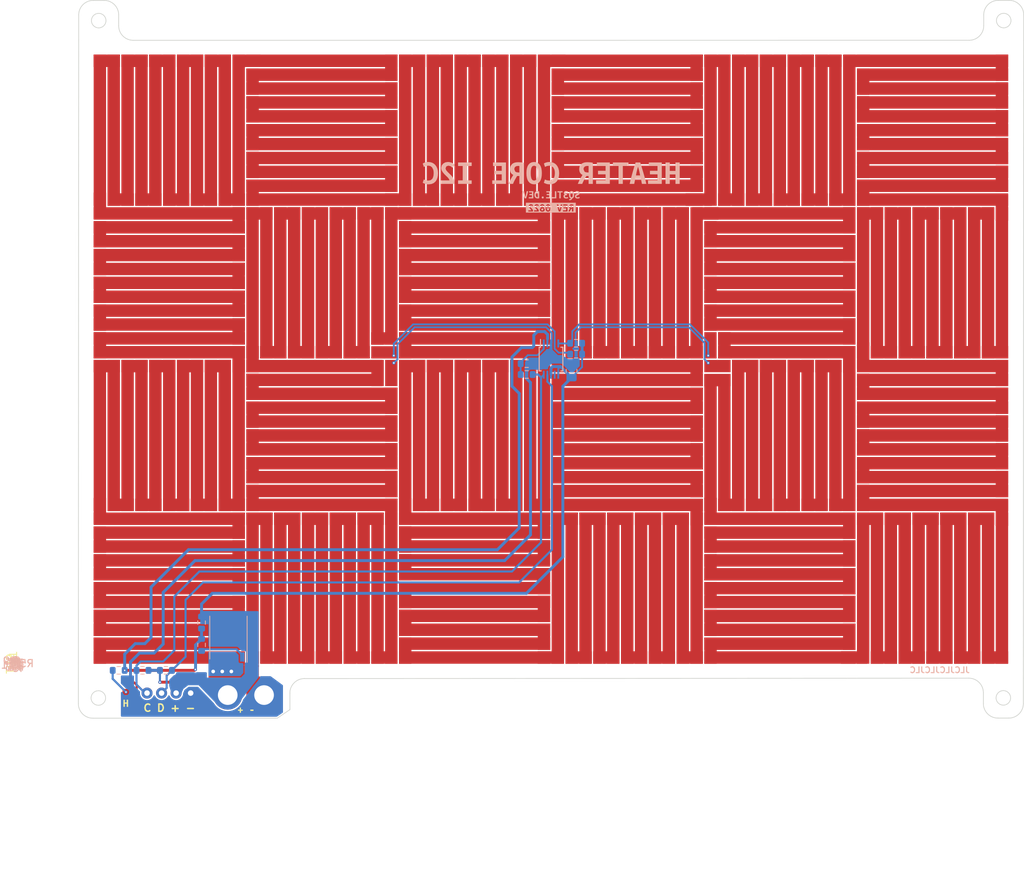
<source format=kicad_pcb>
(kicad_pcb (version 20211014) (generator pcbnew)
  (layers (0 "F.Cu" signal) (31 "B.Cu" signal) (34 "B.Paste" user) (35 "F.Paste" user) (36 "B.SilkS" user "B.Silkscreen") (37 "F.SilkS" user "F.Silkscreen") (38 "B.Mask" user) (39 "F.Mask" user) (44 "Edge.Cuts" user))
  (net 0 "")
  (net 1 "VCC")
  (net 2 "GND")
  (net 3 "Net-(D1-Pad2)")
  (net 4 "Net-(J3-Pad1)")
  (net 5 "SCL")
  (net 6 "SDA")
  (net 7 "+BATT")
  (net 8 "Net-(Q1-Pad4)")
  (net 9 "Net-(R1-Pad2)")
  (net 11 "Net-(R4-Pad2)")
  (net 12 "Net-(R5-Pad2)")
  (net 13 "Net-(R11-Pad1)")
  (footprint "Resistor_SMD:R_0402_1005Metric" (layer "F.Cu") (at 191.65 82.2 -90)
    (fp_text reference "TH1")
    (fp_text value "Thermistor_NTC")
  )
  (footprint "Resistor_SMD:R_0402_1005Metric" (layer "F.Cu") (at 148.4 82.2 -90)
    (fp_text reference "TH2")
    (fp_text value "Thermistor_NTC")
  )
  (footprint "Connector_AMASS:AMASS_XT30U-F_1x02_P5.0mm_Vertical" (layer "F.Cu") (at 130.55 128.4 180)
    (fp_text reference "J2" hide)
    (fp_text value "XT30")
  )
  (footprint "LED_SMD:LED_0603_1608Metric" (layer "F.Cu") (at 111.55 127.2 -90)
    (fp_text reference "D1" hide)
    (fp_text value "HEATER")
  )
  (footprint "Connector:NS-Tech_Grove_1x04_P2mm_Vertical" (layer "F.Cu") (at 114.45 128.125 90)
    (fp_text reference "J1" hide)
    (fp_text value "Conn_01x04")
  )
  (footprint "SamacSys_Parts:HEATER" (layer "F.Cu") (at 104.42 126.0225)
    (fp_text reference "J3" hide)
    (fp_text value "HEATER")
  )
  (footprint "kibuzzard-62FCEF49" (layer "F.Cu") (at 111.525 129.525)
    (fp_text reference "kibuzzard-62FCEF49" hide)
    (fp_text value "G***" hide)
  )
  (footprint "kibuzzard-62FCEF83" (layer "F.Cu") (at 128.025 130.475)
    (fp_text reference "kibuzzard-62FCEF83" hide)
    (fp_text value "G***" hide)
  )
  (footprint "Resistor_SMD:R_0603_1608Metric" (layer "B.Cu") (at 173.475 81.5 180)
    (fp_text reference "R5")
    (fp_text value "10k")
  )
  (footprint "Resistor_SMD:R_0603_1608Metric" (layer "B.Cu") (at 166.675 82.8)
    (fp_text reference "R11")
    (fp_text value "10k")
  )
  (footprint "Resistor_SMD:R_0805_2012Metric" (layer "B.Cu") (at 172.85 83.8125 90)
    (fp_text reference "C1")
    (fp_text value "10u")
  )
  (footprint "Package_SO:TSSOP-10_3x3mm_P0.5mm" (layer "B.Cu") (at 170.025 82.175 -90)
    (fp_text reference "U2")
    (fp_text value "ADS1114IDGS")
  )
  (footprint "kibuzzard-62FCEEC8" (layer "B.Cu") (at 170.05 59.7 180)
    (fp_text reference "kibuzzard-62FCEEC8" hide)
    (fp_text value "G***" hide)
  )
  (footprint "Resistor_SMD:R_0603_1608Metric" (layer "B.Cu") (at 121.95 118.425 -90)
    (fp_text reference "R1")
    (fp_text value "10k")
  )
  (footprint "Package_SO:PowerPAK_SO-8_Single" (layer "B.Cu") (at 125.65 120.49 90)
    (fp_text reference "Q1")
    (fp_text value "Si7336ADP")
  )
  (footprint "Resistor_SMD:R_0603_1608Metric" (layer "B.Cu") (at 121.95 121.5 90)
    (fp_text reference "R2")
    (fp_text value "300R")
  )
  (footprint "Resistor_SMD:R_0603_1608Metric" (layer "B.Cu") (at 117.05 125)
    (fp_text reference "R7")
    (fp_text value "10k")
  )
  (footprint "Resistor_SMD:R_0603_1608Metric" (layer "B.Cu") (at 166.675 84.3)
    (fp_text reference "R9")
    (fp_text value "10k")
  )
  (footprint "kibuzzard-62FCEFD6" (layer "B.Cu") (at 170 61.35 180)
    (fp_text reference "kibuzzard-62FCEFD6" hide)
    (fp_text value "G***" hide)
  )
  (footprint "Resistor_SMD:R_0603_1608Metric" (layer "B.Cu") (at 113.825 125 180)
    (fp_text reference "R6")
    (fp_text value "10k")
  )
  (footprint "Resistor_SMD:R_0603_1608Metric" (layer "B.Cu") (at 173.475 80 180)
    (fp_text reference "R4")
    (fp_text value "10k")
  )
  (footprint "Resistor_SMD:R_0603_1608Metric" (layer "B.Cu") (at 110.55 125 180)
    (fp_text reference "R3")
    (fp_text value "300R")
  )
  (footprint "kibuzzard-62FCF123" (layer "B.Cu") (at 170.05 56.6 180)
    (fp_text reference "kibuzzard-62FCF123" hide)
    (fp_text value "G***" hide)
  )
  (gr_rect (start 145.29 80.405) (end 148.91 82.1) (layer "F.Cu") (width 0) (fill solid))
  (gr_rect (start 147.2025 85.9) (end 148.8975 82.28) (layer "F.Cu") (width 0) (fill solid))
  (gr_rect (start 194.73 83.985) (end 191.11 82.29) (layer "F.Cu") (width 0) (fill solid))
  (gr_rect (start 191.11 82.09) (end 192.805 78.47) (layer "F.Cu") (width 0) (fill solid))
  (gr_arc (start 107 131.58) (mid 105.585786 130.994214) (end 105 129.58) (layer "Edge.Cuts") (width 0.1))
  (gr_line (start 105 126.075) (end 105.05 38.34) (layer "Edge.Cuts") (width 0.1))
  (gr_line (start 112.55 38.325) (end 227.55 38.32) (layer "Edge.Cuts") (width 0.1))
  (gr_line (start 134.1 130.4) (end 134.1 128.13) (layer "Edge.Cuts") (width 0.1))
  (gr_line (start 229.5 129.565) (end 229.5 128.075) (layer "Edge.Cuts") (width 0.1))
  (gr_arc (start 112.55 38.325) (mid 111.135786 37.739214) (end 110.55 36.325) (layer "Edge.Cuts") (width 0.1))
  (gr_line (start 107.05 32.835) (end 108.55 32.835) (layer "Edge.Cuts") (width 0.1))
  (gr_arc (start 108.55 32.835) (mid 109.964214 33.420786) (end 110.55 34.835) (layer "Edge.Cuts") (width 0.1))
  (gr_line (start 110.55 34.835) (end 110.55 36.325) (layer "Edge.Cuts") (width 0.1))
  (gr_arc (start 233.05 32.83) (mid 234.464214 33.415786) (end 235.05 34.83) (layer "Edge.Cuts") (width 0.1))
  (gr_line (start 229.55 36.32) (end 229.55 34.83) (layer "Edge.Cuts") (width 0.1))
  (gr_arc (start 229.55 36.32) (mid 228.964214 37.734214) (end 227.55 38.32) (layer "Edge.Cuts") (width 0.1))
  (gr_arc (start 229.55 34.83) (mid 230.135786 33.415786) (end 231.55 32.83) (layer "Edge.Cuts") (width 0.1))
  (gr_line (start 105 126.075) (end 105 129.58) (layer "Edge.Cuts") (width 0.1))
  (gr_line (start 235.05 38.325) (end 235.05 34.83) (layer "Edge.Cuts") (width 0.1))
  (gr_circle (center 107.75 128.8) (end 108.75 128.825) (layer "Edge.Cuts") (width 0.1) (fill none))
  (gr_line (start 132.36 131.58) (end 107 131.58) (layer "Edge.Cuts") (width 0.1))
  (gr_arc (start 231.5 131.565) (mid 230.085786 130.979214) (end 229.5 129.565) (layer "Edge.Cuts") (width 0.1))
  (gr_line (start 136.1 126.13) (end 227.5 126.075) (layer "Edge.Cuts") (width 0.1))
  (gr_line (start 231.55 32.83) (end 233.05 32.83) (layer "Edge.Cuts") (width 0.1))
  (gr_line (start 233 131.565) (end 231.5 131.565) (layer "Edge.Cuts") (width 0.1))
  (gr_circle (center 232.3 35.61) (end 231.3 35.585) (layer "Edge.Cuts") (width 0.1) (fill none))
  (gr_circle (center 232.25 128.785) (end 231.25 128.81) (layer "Edge.Cuts") (width 0.1) (fill none))
  (gr_arc (start 235 129.565) (mid 234.414214 130.979214) (end 233 131.565) (layer "Edge.Cuts") (width 0.1))
  (gr_circle (center 107.8 35.615) (end 108.8 35.59) (layer "Edge.Cuts") (width 0.1) (fill none))
  (gr_line (start 132.36 131.58) (end 134.1 130.4) (layer "Edge.Cuts") (width 0.1))
  (gr_arc (start 105.05 34.835) (mid 105.635786 33.420786) (end 107.05 32.835) (layer "Edge.Cuts") (width 0.1))
  (gr_line (start 235 126.06) (end 235.05 38.325) (layer "Edge.Cuts") (width 0.1))
  (gr_arc (start 227.5 126.075) (mid 228.914214 126.660786) (end 229.5 128.075) (layer "Edge.Cuts") (width 0.1))
  (gr_line (start 105.05 34.835) (end 105.05 38.34) (layer "Edge.Cuts") (width 0.1))
  (gr_line (start 235 129.565) (end 235 126.06) (layer "Edge.Cuts") (width 0.1))
  (gr_arc (start 134.1 128.13) (mid 134.685786 126.715786) (end 136.1 126.13) (layer "Edge.Cuts") (width 0.1))
  (gr_text "JLCJLCJLCJLC" (at 223.5 124.95) (layer "B.SilkS") (effects (font (size 0.8 0.8)) (justify mirror)))
  (gr_text "C D + -" (at 117.525 130.175) (layer "F.SilkS") (effects (font (size 1 1.05) (thickness 0.2))))
  (segment (start 119.9 129.8) (end 120.45 129.25) (width 0.29) (layer "F.Cu") (net 2))
  (segment (start 112.4125 126.4125) (end 113.025 127.025) (width 0.29) (layer "F.Cu") (net 2))
  (segment (start 128.965 126.815) (end 130.55 128.4) (width 0.5) (layer "F.Cu") (net 2))
  (segment (start 113.025 129.075) (end 113.75 129.8) (width 0.29) (layer "F.Cu") (net 2))
  (segment (start 128.965 125.1525) (end 128.965 126.815) (width 0.5) (layer "F.Cu") (net 2))
  (segment (start 113.75 129.8) (end 119.9 129.8) (width 0.29) (layer "F.Cu") (net 2))
  (segment (start 113.025 127.025) (end 113.025 129.075) (width 0.29) (layer "F.Cu") (net 2))
  (segment (start 111.55 126.4125) (end 112.4125 126.4125) (width 0.29) (layer "F.Cu") (net 2))
  (segment (start 120.45 129.25) (end 120.45 128.125) (width 0.29) (layer "F.Cu") (net 2))
  (via (at 191.65 82.71) (size 0.45) (drill 0.2) (layers "F.Cu" "B.Cu") (net 2))
  (via (at 148.4 82.71) (size 0.45) (drill 0.2) (layers "F.Cu" "B.Cu") (net 2))
  (segment (start 167.2 106.35) (end 163.65 109.9) (width 0.4) (layer "B.Cu") (net 2))
  (segment (start 119.35 129.8) (end 120.45 128.7) (width 0.4) (layer "B.Cu") (net 2))
  (segment (start 170.025 80.025) (end 170.025 80.975) (width 0.4) (layer "B.Cu") (net 2))
  (segment (start 113.25 129.8) (end 119.35 129.8) (width 0.4) (layer "B.Cu") (net 2))
  (segment (start 191.65 82.7) (end 191.15 82.2) (width 0.25) (layer "B.Cu") (net 2))
  (segment (start 116.675 114.275) (end 116.675 121.375) (width 0.4) (layer "B.Cu") (net 2))
  (segment (start 166.65 84.5) (end 166.65 84.85) (width 0.4) (layer "B.Cu") (net 2))
  (segment (start 166.65 83.65) (end 167.5 82.8) (width 0.29) (layer "B.Cu") (net 2))
  (segment (start 113.4 122.625) (end 112.175 123.85) (width 0.4) (layer "B.Cu") (net 2))
  (segment (start 170.025 80.975) (end 171.95 82.9) (width 0.4) (layer "B.Cu") (net 2))
  (segment (start 170.12548 78.57548) (end 169.34952 77.79952) (width 0.25) (layer "B.Cu") (net 2))
  (segment (start 112.175 123.85) (end 112.175 128.725) (width 0.4) (layer "B.Cu") (net 2))
  (segment (start 173.4 82.35) (end 172.85 82.9) (width 0.25) (layer "B.Cu") (net 2))
  (segment (start 129.15 130.9) (end 130.55 129.5) (width 0.4) (layer "B.Cu") (net 2))
  (segment (start 167.5 82.8) (end 168.2 82.8) (width 0.4) (layer "B.Cu") (net 2))
  (segment (start 170.025 80.025) (end 170.12548 79.92452) (width 0.25) (layer "B.Cu") (net 2))
  (segment (start 191.15 82.2) (end 191.15 79.965006) (width 0.25) (layer "B.Cu") (net 2))
  (segment (start 166.65 84.5) (end 166.65 83.65) (width 0.29) (layer "B.Cu") (net 2))
  (segment (start 123.225 130.9) (end 129.15 130.9) (width 0.4) (layer "B.Cu") (net 2))
  (segment (start 163.65 109.9) (end 121.05 109.9) (width 0.4) (layer "B.Cu") (net 2))
  (segment (start 173.4 78.526964) (end 173.4 82.35) (width 0.25) (layer "B.Cu") (net 2))
  (segment (start 167.2 85.4) (end 167.2 106.35) (width 0.4) (layer "B.Cu") (net 2))
  (segment (start 120.45 128.7) (end 120.45 128.125) (width 0.4) (layer "B.Cu") (net 2))
  (segment (start 151.25048 77.79952) (end 148.899511 80.150489) (width 0.25) (layer "B.Cu") (net 2))
  (segment (start 171.95 82.9) (end 172.85 82.9) (width 0.4) (layer "B.Cu") (net 2))
  (segment (start 168.2 82.8) (end 170.025 80.975) (width 0.4) (layer "B.Cu") (net 2))
  (segment (start 120.45 128.125) (end 123.225 130.9) (width 0.4) (layer "B.Cu") (net 2))
  (segment (start 148.899511 82.210489) (end 148.4 82.71) (width 0.25) (layer "B.Cu") (net 2))
  (segment (start 169.34952 77.79952) (end 151.25048 77.79952) (width 0.25) (layer "B.Cu") (net 2))
  (segment (start 148.899511 80.150489) (end 148.899511 82.210489) (width 0.25) (layer "B.Cu") (net 2))
  (segment (start 188.984514 77.79952) (end 174.127444 77.79952) (width 0.25) (layer "B.Cu") (net 2))
  (segment (start 191.15 79.965006) (end 188.984514 77.79952) (width 0.25) (layer "B.Cu") (net 2))
  (segment (start 112.175 128.725) (end 113.25 129.8) (width 0.4) (layer "B.Cu") (net 2))
  (segment (start 130.55 129.5) (end 130.55 128.4) (width 0.4) (layer "B.Cu") (net 2))
  (segment (start 166.65 84.85) (end 167.2 85.4) (width 0.4) (layer "B.Cu") (net 2))
  (segment (start 191.65 82.71) (end 191.65 82.7) (width 0.25) (layer "B.Cu") (net 2))
  (segment (start 170.12548 79.92452) (end 170.12548 78.57548) (width 0.25) (layer "B.Cu") (net 2))
  (segment (start 174.127444 77.79952) (end 173.4 78.526964) (width 0.25) (layer "B.Cu") (net 2))
  (segment (start 116.675 121.375) (end 115.425 122.625) (width 0.4) (layer "B.Cu") (net 2))
  (segment (start 115.425 122.625) (end 113.4 122.625) (width 0.4) (layer "B.Cu") (net 2))
  (segment (start 121.05 109.9) (end 116.675 114.275) (width 0.4) (layer "B.Cu") (net 2))
  (via (at 111.55 127.9875) (size 0.45) (drill 0.2) (layers "F.Cu" "B.Cu") (net 3))
  (segment (start 109.725 125) (end 109.725 126.1625) (width 0.29) (layer "B.Cu") (net 3))
  (segment (start 109.725 126.1625) (end 111.55 127.9875) (width 0.29) (layer "B.Cu") (net 3))
  (segment (start 125.4075 125.15) (end 125.41 125.1525) (width 0.4) (layer "F.Cu") (net 4))
  (segment (start 123.4 125.15) (end 125.4075 125.15) (width 0.4) (layer "F.Cu") (net 4))
  (via (at 124.8 125.15) (size 0.8) (drill 0.5) (layers "F.Cu" "B.Cu") (net 4))
  (via (at 123.55 125.15) (size 0.8) (drill 0.5) (layers "F.Cu" "B.Cu") (net 4))
  (via (at 126.05 125.15) (size 0.8) (drill 0.5) (layers "F.Cu" "B.Cu") (net 4))
  (segment (start 123.745 123.16) (end 123.745 124.955) (width 0.4) (layer "B.Cu") (net 4))
  (segment (start 125.015 124.935) (end 124.8 125.15) (width 0.4) (layer "B.Cu") (net 4))
  (segment (start 123.745 124.955) (end 123.55 125.15) (width 0.4) (layer "B.Cu") (net 4))
  (segment (start 126.285 124.915) (end 126.05 125.15) (width 0.4) (layer "B.Cu") (net 4))
  (segment (start 126.285 123.16) (end 126.285 124.915) (width 0.4) (layer "B.Cu") (net 4))
  (segment (start 125.015 123.16) (end 125.015 124.935) (width 0.4) (layer "B.Cu") (net 4))
  (segment (start 121.65 111.4) (end 164.65 111.4) (width 0.29) (layer "B.Cu") (net 5))
  (segment (start 168.25 84.3) (end 168.65 84.7) (width 0.29) (layer "B.Cu") (net 5))
  (segment (start 164.65 111.4) (end 168.65 107.4) (width 0.29) (layer "B.Cu") (net 5))
  (segment (start 167.5 84.3) (end 168.25 84.3) (width 0.29) (layer "B.Cu") (net 5))
  (segment (start 113.575 123.775) (end 116.675 123.775) (width 0.29) (layer "B.Cu") (net 5))
  (segment (start 114.175 128.125) (end 114.45 128.125) (width 0.29) (layer "B.Cu") (net 5))
  (segment (start 113 125) (end 113 126.95) (width 0.29) (layer "B.Cu") (net 5))
  (segment (start 118.2 122.25) (end 118.2 114.85) (width 0.29) (layer "B.Cu") (net 5))
  (segment (start 118.2 114.85) (end 121.65 111.4) (width 0.29) (layer "B.Cu") (net 5))
  (segment (start 113 124.35) (end 113.575 123.775) (width 0.29) (layer "B.Cu") (net 5))
  (segment (start 116.675 123.775) (end 118.2 122.25) (width 0.29) (layer "B.Cu") (net 5))
  (segment (start 168.65 107.4) (end 168.65 84.7) (width 0.29) (layer "B.Cu") (net 5))
  (segment (start 113 126.95) (end 114.175 128.125) (width 0.29) (layer "B.Cu") (net 5))
  (segment (start 113 125) (end 113 124.35) (width 0.29) (layer "B.Cu") (net 5))
  (segment (start 169.025 84.325) (end 168.65 84.7) (width 0.25) (layer "B.Cu") (net 5))
  (segment (start 169.525 85.275) (end 169.525 84.325) (width 0.29) (layer "B.Cu") (net 6))
  (segment (start 117.15 125.725) (end 117.15 127.425) (width 0.29) (layer "B.Cu") (net 6))
  (segment (start 170.15 108.4) (end 170.15 85.9) (width 0.29) (layer "B.Cu") (net 6))
  (segment (start 117.875 125) (end 119.75 123.125) (width 0.29) (layer "B.Cu") (net 6))
  (segment (start 117.875 125) (end 117.15 125.725) (width 0.29) (layer "B.Cu") (net 6))
  (segment (start 119.75 115.3) (end 122.15 112.9) (width 0.29) (layer "B.Cu") (net 6))
  (segment (start 170.15 85.9) (end 169.525 85.275) (width 0.29) (layer "B.Cu") (net 6))
  (segment (start 119.75 123.125) (end 119.75 115.3) (width 0.29) (layer "B.Cu") (net 6))
  (segment (start 165.65 112.9) (end 170.15 108.4) (width 0.29) (layer "B.Cu") (net 6))
  (segment (start 117.15 127.425) (end 116.45 128.125) (width 0.29) (layer "B.Cu") (net 6))
  (segment (start 122.15 112.9) (end 165.65 112.9) (width 0.29) (layer "B.Cu") (net 6))
  (segment (start 118.45 127.45) (end 118.45 128.125) (width 0.4) (layer "F.Cu") (net 7))
  (segment (start 117.625 126.625) (end 118.45 127.45) (width 0.4) (layer "F.Cu") (net 7))
  (segment (start 116.225 126.625) (end 117.625 126.625) (width 0.4) (layer "F.Cu") (net 7))
  (via (at 116.225 126.625) (size 0.45) (drill 0.2) (layers "F.Cu" "B.Cu") (net 7))
  (segment (start 166.65 114.4) (end 123.425 114.4) (width 0.4) (layer "B.Cu") (net 7))
  (segment (start 118.45 128.125) (end 118.45 127.1) (width 0.4) (layer "B.Cu") (net 7))
  (segment (start 118.45 127.1) (end 119.15 126.4) (width 0.4) (layer "B.Cu") (net 7))
  (segment (start 171.325 83.2) (end 172.85 84.725) (width 0.4) (layer "B.Cu") (net 7))
  (segment (start 128.65 125.3) (end 128.65 120.9) (width 0.4) (layer "B.Cu") (net 7))
  (segment (start 119.15 126.4) (end 123.55 126.4) (width 0.4) (layer "B.Cu") (net 7))
  (segment (start 174.3 81.5) (end 174.3 83.275) (width 0.25) (layer "B.Cu") (net 7))
  (segment (start 171.025 83.5) (end 171.325 83.2) (width 0.25) (layer "B.Cu") (net 7))
  (segment (start 174.3 83.275) (end 172.85 84.725) (width 0.25) (layer "B.Cu") (net 7))
  (segment (start 171.65 109.4) (end 166.65 114.4) (width 0.4) (layer "B.Cu") (net 7))
  (segment (start 127.55 119.8) (end 125.65 119.8) (width 0.4) (layer "B.Cu") (net 7))
  (segment (start 171.025 84.325) (end 171.025 83.5) (width 0.25) (layer "B.Cu") (net 7))
  (segment (start 116.225 126.625) (end 116.225 125) (width 0.29) (layer "B.Cu") (net 7))
  (segment (start 170.025 83.450978) (end 170.275978 83.2) (width 0.4) (layer "B.Cu") (net 7))
  (segment (start 114.65 125) (end 116.225 125) (width 0.4) (layer "B.Cu") (net 7))
  (segment (start 125.55 128.4) (end 128.65 125.3) (width 0.4) (layer "B.Cu") (net 7))
  (segment (start 123.55 126.4) (end 125.55 128.4) (width 0.4) (layer "B.Cu") (net 7))
  (segment (start 172.85 84.725) (end 171.65 85.925) (width 0.4) (layer "B.Cu") (net 7))
  (segment (start 170.275978 83.2) (end 171.325 83.2) (width 0.4) (layer "B.Cu") (net 7))
  (segment (start 128.65 120.9) (end 127.55 119.8) (width 0.4) (layer "B.Cu") (net 7))
  (segment (start 171.65 85.925) (end 171.65 109.4) (width 0.4) (layer "B.Cu") (net 7))
  (segment (start 121.95 115.875) (end 121.95 117.6) (width 0.4) (layer "B.Cu") (net 7))
  (segment (start 174.3 80) (end 174.3 81.5) (width 0.4) (layer "B.Cu") (net 7))
  (segment (start 121.95 117.6) (end 123.65 117.6) (width 0.4) (layer "B.Cu") (net 7))
  (segment (start 170.025 84.325) (end 170.025 83.450978) (width 0.4) (layer "B.Cu") (net 7))
  (segment (start 123.425 114.4) (end 121.95 115.875) (width 0.4) (layer "B.Cu") (net 7))
  (segment (start 123.65 117.6) (end 123.745 117.695) (width 0.4) (layer "B.Cu") (net 7))
  (segment (start 127.555 122.9) (end 126.755 122.1) (width 0.29) (layer "B.Cu") (net 8))
  (segment (start 122.175 122.1) (end 121.95 122.325) (width 0.29) (layer "B.Cu") (net 8))
  (segment (start 127.555 123.16) (end 127.555 122.9) (width 0.29) (layer "B.Cu") (net 8))
  (segment (start 126.755 122.1) (end 122.175 122.1) (width 0.29) (layer "B.Cu") (net 8))
  (segment (start 120.975 125) (end 111.375 125) (width 0.4) (layer "F.Cu") (net 9))
  (segment (start 121.1 124.875) (end 120.975 125) (width 0.4) (layer "F.Cu") (net 9))
  (via (at 111.375 125) (size 0.45) (drill 0.2) (layers "F.Cu" "B.Cu") (net 9))
  (via (at 121.1 124.875) (size 0.45) (drill 0.2) (layers "F.Cu" "B.Cu") (net 9))
  (segment (start 111.375 122.775) (end 112.825 121.325) (width 0.4) (layer "B.Cu") (net 9))
  (segment (start 165.65 86.9) (end 164.65 85.9) (width 0.4) (layer "B.Cu") (net 9))
  (segment (start 164.65 81.9) (end 165.95 80.6) (width 0.4) (layer "B.Cu") (net 9))
  (segment (start 121.125 124.85) (end 121.125 121.5) (width 0.4) (layer "B.Cu") (net 9))
  (segment (start 165.95 80.6) (end 167.45 80.6) (width 0.4) (layer "B.Cu") (net 9))
  (segment (start 111.375 125) (end 111.375 122.775) (width 0.4) (layer "B.Cu") (net 9))
  (segment (start 169.53048 79.42) (end 169.53048 79.9) (width 0.29) (layer "B.Cu") (net 9))
  (segment (start 167.65 80.4) (end 167.65 78.9) (width 0.4) (layer "B.Cu") (net 9))
  (segment (start 121.125 121.5) (end 121.95 120.675) (width 0.4) (layer "B.Cu") (net 9))
  (segment (start 169.15 78.4) (end 169.55048 78.80048) (width 0.4) (layer "B.Cu") (net 9))
  (segment (start 167.45 80.6) (end 167.65 80.4) (width 0.4) (layer "B.Cu") (net 9))
  (segment (start 169.55048 79.4) (end 169.53048 79.42) (width 0.29) (layer "B.Cu") (net 9))
  (segment (start 112.825 121.325) (end 114.15 121.325) (width 0.4) (layer "B.Cu") (net 9))
  (segment (start 162.65 108.4) (end 165.65 105.4) (width 0.4) (layer "B.Cu") (net 9))
  (segment (start 114.15 121.325) (end 115 120.475) (width 0.4) (layer "B.Cu") (net 9))
  (segment (start 115 113.55) (end 120.15 108.4) (width 0.4) (layer "B.Cu") (net 9))
  (segment (start 121.1 124.875) (end 121.125 124.85) (width 0.4) (layer "B.Cu") (net 9))
  (segment (start 169.55048 78.80048) (end 169.55048 79.4) (width 0.4) (layer "B.Cu") (net 9))
  (segment (start 120.15 108.4) (end 162.65 108.4) (width 0.4) (layer "B.Cu") (net 9))
  (segment (start 121.95 119.25) (end 121.95 120.675) (width 0.4) (layer "B.Cu") (net 9))
  (segment (start 115 120.475) (end 115 113.55) (width 0.4) (layer "B.Cu") (net 9))
  (segment (start 168.15 78.4) (end 169.15 78.4) (width 0.4) (layer "B.Cu") (net 9))
  (segment (start 165.65 105.4) (end 165.65 86.9) (width 0.4) (layer "B.Cu") (net 9))
  (segment (start 167.65 78.9) (end 168.15 78.4) (width 0.4) (layer "B.Cu") (net 9))
  (segment (start 164.65 85.9) (end 164.65 81.9) (width 0.4) (layer "B.Cu") (net 9))
  (via (at 191.65 81.69) (size 0.45) (drill 0.2) (layers "F.Cu" "B.Cu") (net 11))
  (segment (start 189.15 77.4) (end 191.65 79.9) (width 0.25) (layer "B.Cu") (net 11))
  (segment (start 172.625 80.025) (end 172.65 80) (width 0.25) (layer "B.Cu") (net 11))
  (segment (start 172.65 80) (end 172.95 79.7) (width 0.25) (layer "B.Cu") (net 11))
  (segment (start 173.9 77.4) (end 189.15 77.4) (width 0.25) (layer "B.Cu") (net 11))
  (segment (start 191.65 79.9) (end 191.65 81.69) (width 0.25) (layer "B.Cu") (net 11))
  (segment (start 172.95 78.35) (end 173.9 77.4) (width 0.25) (layer "B.Cu") (net 11))
  (segment (start 172.95 79.7) (end 172.95 78.35) (width 0.25) (layer "B.Cu") (net 11))
  (segment (start 171.025 80.025) (end 172.625 80.025) (width 0.25) (layer "B.Cu") (net 11))
  (via (at 148.4 81.69) (size 0.45) (drill 0.2) (layers "F.Cu" "B.Cu") (net 12))
  (segment (start 172.45 81.3) (end 172.65 81.5) (width 0.25) (layer "B.Cu") (net 12))
  (segment (start 170.525 80.749022) (end 171.075978 81.3) (width 0.25) (layer "B.Cu") (net 12))
  (segment (start 170.525 80.025) (end 170.525 80.749022) (width 0.25) (layer "B.Cu") (net 12))
  (segment (start 171.075978 81.3) (end 172.45 81.3) (width 0.25) (layer "B.Cu") (net 12))
  (segment (start 170.525 78.375) (end 169.55 77.4) (width 0.25) (layer "B.Cu") (net 12))
  (segment (start 148.4 80.05) (end 148.4 81.69) (width 0.25) (layer "B.Cu") (net 12))
  (segment (start 151.05 77.4) (end 148.4 80.05) (width 0.25) (layer "B.Cu") (net 12))
  (segment (start 170.525 80.025) (end 170.525 78.375) (width 0.25) (layer "B.Cu") (net 12))
  (segment (start 169.55 77.4) (end 151.05 77.4) (width 0.25) (layer "B.Cu") (net 12))
  (segment (start 169.025 80.775) (end 169.025 80.025) (width 0.25) (layer "B.Cu") (net 13))
  (segment (start 168.15 81.65) (end 169.025 80.775) (width 0.25) (layer "B.Cu") (net 13))
  (segment (start 165.85 84.3) (end 165.85 82.8) (width 0.25) (layer "B.Cu") (net 13))
  (segment (start 165.85 82.8) (end 165.85 82.625) (width 0.25) (layer "B.Cu") (net 13))
  (segment (start 165.85 82.625) (end 166.825 81.65) (width 0.25) (layer "B.Cu") (net 13))
  (segment (start 166.825 81.65) (end 168.15 81.65) (width 0.25) (layer "B.Cu") (net 13))
  (zone (net 2) (net_name "GND") (layer "F.Cu") (priority 3) (connect_pads yes (clearance 0.2)) (min_thickness 0.254) (fill yes (thermal_gap 0.508) (thermal_bridge_width 0.508))
    (polygon (pts (xy 133.1 127.125) (xy 133.1 129.675) (xy 131.45 130.95) (xy 128.125 130.95) (xy 128.1 125.85) (xy 131.45 125.85)))
  )
  (zone (net 7) (net_name "+BATT") (layer "B.Cu") (priority 3) (connect_pads yes (clearance 0.2)) (min_thickness 0.254) (fill yes (thermal_gap 0.508) (thermal_bridge_width 0.508))
    (polygon (pts (xy 129.8 116.85) (xy 129.8 125.95) (xy 126.65 130) (xy 124.4 130) (xy 121.55 127.05) (xy 120.1 127.05) (xy 119.45 127.55) (xy 118.95 128.65) (xy 117.95 128.6) (xy 117.3 126.5) (xy 118.55 125.25) (xy 122.675 125.25) (xy 122.675 126) (xy 127.35 126) (xy 127.9 125.45) (xy 127.9 122.875) (xy 122.9 121.85) (xy 122.9 118.65) (xy 121.775 118.675) (xy 121.775 116.825)))
  )
  (zone (net 2) (net_name "GND") (layer "B.Cu") (connect_pads yes (clearance 0.2)) (min_thickness 0.254) (fill yes (thermal_gap 0.508) (thermal_bridge_width 0.508))
    (polygon (pts (xy 170.65 80.65) (xy 171.9 81.9) (xy 172.65 81.9) (xy 172.65 79.65) (xy 174.4 79.65) (xy 174.4 83.15) (xy 173.4 84.4) (xy 172.4 84.4) (xy 171.4 83.15) (xy 170.4 83.15) (xy 169.65 83.65) (xy 167.15 83.65) (xy 167.15 84.9) (xy 166.4 84.9) (xy 166.4 82.65) (xy 166.9 81.9) (xy 166.9 81.65) (xy 168.15 81.65) (xy 169.15 80.65) (xy 169.15 79.65) (xy 170.65 79.65)))
  )
  (zone (net 2) (net_name "GND") (layer "B.Cu") (priority 2) (connect_pads yes (clearance 0.2)) (min_thickness 0.254) (fill yes (thermal_gap 0.508) (thermal_bridge_width 0.508))
    (polygon (pts (xy 129.8 125.8) (xy 131.45 125.8) (xy 133.15 127.05) (xy 133.15 131.95) (xy 110.85 131.9) (xy 110.85 125.7)))
  )
  (zone (net 4) (net_name "Net-(J3-Pad1)") (layer "B.Cu") (connect_pads yes (clearance 0.2)) (min_thickness 0.254) (fill yes (thermal_gap 0.508) (thermal_bridge_width 0.508))
    (polygon (pts (xy 127.9 123.55) (xy 127.9 126) (xy 122.9 126) (xy 122.9 122.3) (xy 126.7 122.3)))
  )
)
</source>
